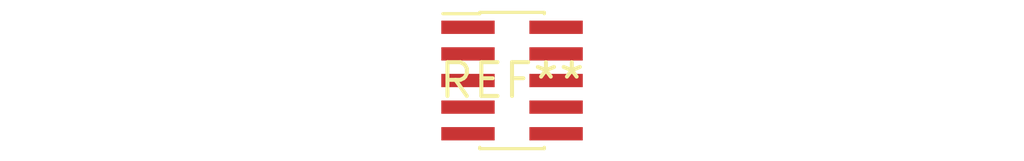
<source format=kicad_pcb>
(kicad_pcb (version 20240108) (generator pcbnew)
  (layers (0 "F.Cu" signal) (31 "B.Cu" signal) (34 "B.Paste" user) (35 "F.Paste" user) (36 "B.SilkS" user "B.Silkscreen") (37 "F.SilkS" user "F.Silkscreen") (38 "B.Mask" user) (39 "F.Mask" user) (44 "Edge.Cuts" user))
  (net 0 "")
  (footprint "PinHeader_2x05_P1.00mm_Vertical_SMD" (layer "F.Cu") (at 0 0)
    (property "Reference" "REF**")
    (property "Value" "PinHeader_2x05_P1.00mm_Vertical_SMD")
    (fp_line (start -2.59 -2.51) (end -1.21 -2.51) (layer "F.SilkS") (stroke (width 0.12)))
    (fp_line (start -1.21 -2.56) (end -1.21 -2.51) (layer "F.SilkS") (stroke (width 0.12)))
    (fp_line (start -1.21 -2.56) (end 1.21 -2.56) (layer "F.SilkS") (stroke (width 0.12)))
    (fp_line (start -1.21 2.51) (end -1.21 2.56) (layer "F.SilkS") (stroke (width 0.12)))
    (fp_line (start -1.21 2.56) (end 1.21 2.56) (layer "F.SilkS") (stroke (width 0.12)))
    (fp_line (start 1.21 -2.56) (end 1.21 -2.51) (layer "F.SilkS") (stroke (width 0.12)))
    (fp_line (start 1.21 2.51) (end 1.21 2.56) (layer "F.SilkS") (stroke (width 0.12)))
    (pad "1" smd rect (at -1.65 -2) (size 2 0.5) (layers "F.Cu" "F.Paste" "F.Mask"))
    (pad "2" smd rect (at 1.65 -2) (size 2 0.5) (layers "F.Cu" "F.Paste" "F.Mask"))
    (pad "3" smd rect (at -1.65 -1) (size 2 0.5) (layers "F.Cu" "F.Paste" "F.Mask"))
    (pad "4" smd rect (at 1.65 -1) (size 2 0.5) (layers "F.Cu" "F.Paste" "F.Mask"))
    (pad "5" smd rect (at -1.65 0) (size 2 0.5) (layers "F.Cu" "F.Paste" "F.Mask"))
    (pad "6" smd rect (at 1.65 0) (size 2 0.5) (layers "F.Cu" "F.Paste" "F.Mask"))
    (pad "7" smd rect (at -1.65 1) (size 2 0.5) (layers "F.Cu" "F.Paste" "F.Mask"))
    (pad "8" smd rect (at 1.65 1) (size 2 0.5) (layers "F.Cu" "F.Paste" "F.Mask"))
    (pad "9" smd rect (at -1.65 2) (size 2 0.5) (layers "F.Cu" "F.Paste" "F.Mask"))
    (pad "10" smd rect (at 1.65 2) (size 2 0.5) (layers "F.Cu" "F.Paste" "F.Mask"))
  )
)
</source>
